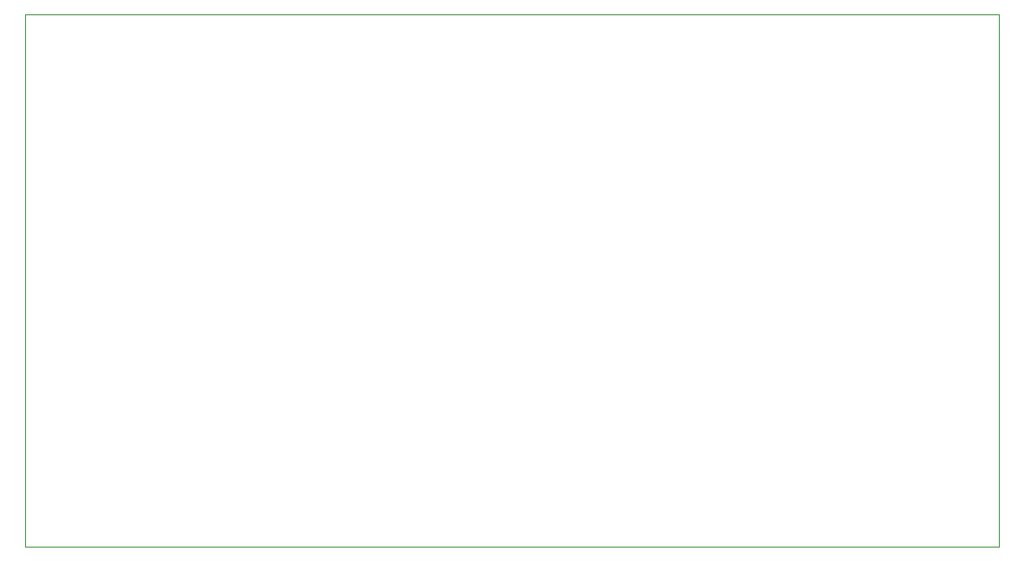
<source format=gbr>
%TF.GenerationSoftware,KiCad,Pcbnew,(6.0.0)*%
%TF.CreationDate,2023-11-18T00:08:50-03:00*%
%TF.ProjectId,LevelSensor_v2.0,4c657665-6c53-4656-9e73-6f725f76322e,rev?*%
%TF.SameCoordinates,Original*%
%TF.FileFunction,Profile,NP*%
%FSLAX46Y46*%
G04 Gerber Fmt 4.6, Leading zero omitted, Abs format (unit mm)*
G04 Created by KiCad (PCBNEW (6.0.0)) date 2023-11-18 00:08:50*
%MOMM*%
%LPD*%
G01*
G04 APERTURE LIST*
%TA.AperFunction,Profile*%
%ADD10C,0.100000*%
%TD*%
G04 APERTURE END LIST*
D10*
X121158000Y-56515000D02*
X213131400Y-56515000D01*
X213131400Y-56515000D02*
X213131400Y-106883200D01*
X213131400Y-106883200D02*
X121158000Y-106883200D01*
X121158000Y-106883200D02*
X121158000Y-56515000D01*
M02*

</source>
